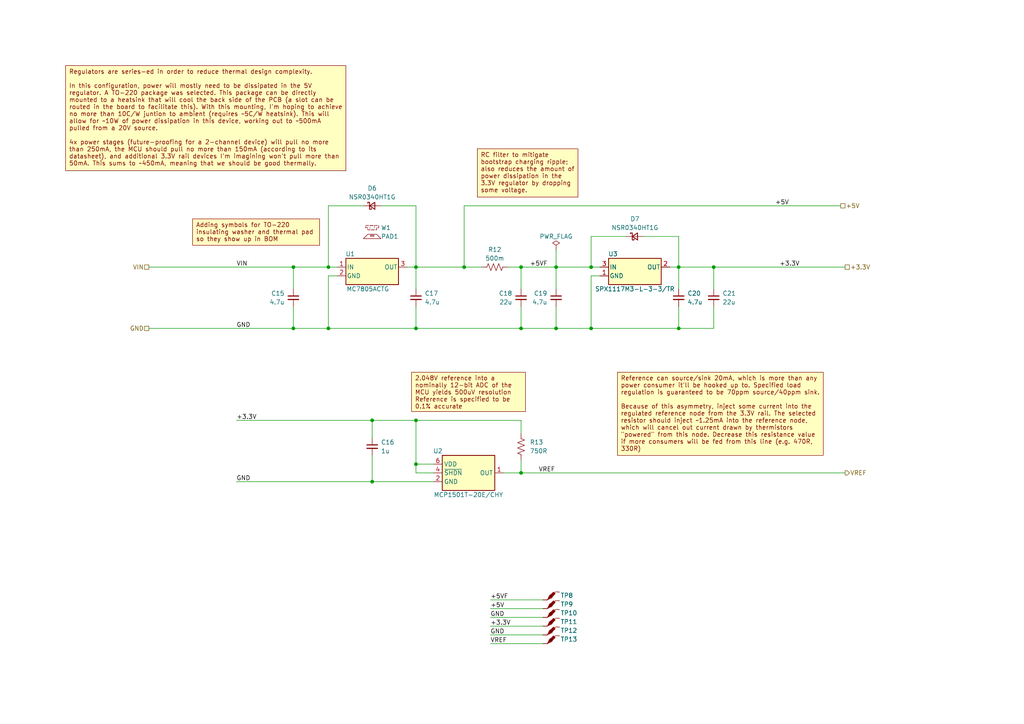
<source format=kicad_sch>
(kicad_sch (version 20230121) (generator eeschema)
  (paper "A4")
  (title_block (title "Shim Amplifier Prototype") (date "2023-08-01") (rev "A.1") (company "Ishaan Govindarajan"))
  (lib_symbols
    (symbol "Custom-AnalogIC:MCP1501T-20E/CHY"
      (property "Reference" "U" (at -6.35 6.35 0))
      (property "Value" "MCP1501T-20E/CHY" (at 0 -6.35 0))
      (symbol "MCP1501T-20E/CHY_0_0"
        (pin power_out line (at 10.16 0 180) (length 2.54) (name "OUT") (number "1"))
        (pin power_in line (at -10.16 -2.54 0) (length 2.54) (name "GND") (number "2"))
        (pin passive line (at -10.16 -2.54 0) (length 2.54) hide (name "GND") (number "3"))
        (pin input line (at -10.16 0 0) (length 2.54) (name "~{SHDN}") (number "4"))
        (pin passive line (at -10.16 -2.54 0) (length 2.54) hide (name "GND") (number "5"))
        (pin power_in line (at -10.16 2.54 0) (length 2.54) (name "VDD") (number "6"))
      )
      (symbol "MCP1501T-20E/CHY_0_1"
        (rectangle (start -7.62 5.08) (end 7.62 -5.08) (stroke (width 0.254)) (fill (type background)))
      )
    )
    (symbol "Custom-Capacitor:CL21A475KLCLQNC" (pin_numbers hide) (pin_names (offset 0.254) hide)
      (property "Reference" "C" (at 0.254 1.778 0))
      (property "Value" "4.7u" (at 0.254 -2.032 0))
      (symbol "CL21A475KLCLQNC_0_1"
        (polyline (pts (xy -1.524 -0.508) (xy 1.524 -0.508)) (stroke (width 0.3302)))
        (polyline (pts (xy -1.524 0.508) (xy 1.524 0.508)) (stroke (width 0.3048)))
      )
      (symbol "CL21A475KLCLQNC_1_1"
        (pin passive line (at 0 2.54 270) (length 2.032) (name "~") (number "1"))
        (pin passive line (at 0 -2.54 90) (length 2.032) (name "~") (number "2"))
      )
    )
    (symbol "Custom-Capacitor:CL21B105KBFNNNG" (pin_numbers hide) (pin_names (offset 0.254) hide)
      (property "Reference" "C" (at 0.254 1.778 0))
      (property "Value" "1u" (at 0.254 -2.032 0))
      (symbol "CL21B105KBFNNNG_0_1"
        (polyline (pts (xy -1.524 -0.508) (xy 1.524 -0.508)) (stroke (width 0.3302)))
        (polyline (pts (xy -1.524 0.508) (xy 1.524 0.508)) (stroke (width 0.3048)))
      )
      (symbol "CL21B105KBFNNNG_1_1"
        (pin passive line (at 0 2.54 270) (length 2.032) (name "~") (number "1"))
        (pin passive line (at 0 -2.54 90) (length 2.032) (name "~") (number "2"))
      )
    )
    (symbol "Custom-Capacitor:CL32B226KAJNNNE" (pin_numbers hide) (pin_names (offset 0.254) hide)
      (property "Reference" "C" (at 0.254 1.778 0))
      (property "Value" "22u" (at 0.254 -2.032 0))
      (symbol "CL32B226KAJNNNE_0_1"
        (polyline (pts (xy -1.524 -0.508) (xy 1.524 -0.508)) (stroke (width 0.3302)))
        (polyline (pts (xy -1.524 0.508) (xy 1.524 0.508)) (stroke (width 0.3048)))
      )
      (symbol "CL32B226KAJNNNE_1_1"
        (pin passive line (at 0 2.54 270) (length 2.032) (name "~") (number "1"))
        (pin passive line (at 0 -2.54 90) (length 2.032) (name "~") (number "2"))
      )
    )
    (symbol "Custom-Diode:NSR0340HT1G" (pin_numbers hide) (pin_names (offset 1.016) hide)
      (property "Reference" "D" (at 0 2.54 0))
      (property "Value" "NSR0340HT1G" (at 0 -2.54 0))
      (symbol "NSR0340HT1G_0_1"
        (polyline (pts (xy -0.762 0) (xy 0.762 0)))
        (polyline (pts (xy 0.762 -1.016) (xy -0.762 0) (xy 0.762 1.016) (xy 0.762 -1.016)) (stroke (width 0.254)))
        (polyline (pts (xy -1.27 0.762) (xy -1.27 1.016) (xy -0.762 1.016) (xy -0.762 -1.016) (xy -0.254 -1.016) (xy -0.254 -0.762)) (stroke (width 0.254)))
      )
      (symbol "NSR0340HT1G_1_1"
        (pin passive line (at -2.54 0 0) (length 1.778) (name "K") (number "1"))
        (pin passive line (at 2.54 0 180) (length 1.778) (name "A") (number "2"))
      )
    )
    (symbol "Custom-LogicIC:TestPoint" (in_bom no)
      (property "Reference" "TP" (at 2.54 0 0))
      (symbol "TestPoint_1_1"
        (polyline (pts (xy -0.762 1.27) (xy 0 0.508)) (stroke (width 0) (color 72 0 0 1)))
        (polyline (pts (xy -0.508 1.524) (xy 0.254 0.762)) (stroke (width 0) (color 72 0 0 1)))
        (polyline (pts (xy -1.27 0) (xy -0.762 1.016) (xy -0.254 0.508) (xy -1.27 0)) (fill (type color) (color 132 0 0 1)))
        (polyline (pts (xy -0.762 1.016) (xy 0.508 2.286) (xy 1.016 1.778) (xy -0.254 0.508) (xy -0.762 1.016)) (fill (type color) (color 132 0 0 1)))
        (arc (start 1.778 2.286) (mid 1.2343 2.3019) (end 0.762 2.032))
        (arc (start 1.778 2.286) (mid 2.032 2.258) (end 2.286 2.286))
        (pin passive line (at -2.54 0 0) (length 1.27) (name "") (number "1"))
      )
    )
    (symbol "Custom-Mechanical:173-7-220P" (on_board no)
      (property "Reference" "PAD" (at 0 2.54 0))
      (symbol "173-7-220P_0_1"
        (arc (start -0.508 0.127) (mid 0 0.0168) (end 0.508 0.127))
        (polyline (pts (xy -0.508 0.127) (xy -0.508 0.254)))
        (polyline (pts (xy 0.508 0.127) (xy 0.508 0.254)))
        (polyline (pts (xy -1.27 0.635) (xy -2.54 -0.635) (xy 2.54 -0.635) (xy 1.27 0.635) (xy -1.27 0.635)))
        (arc (start 0.508 0.254) (mid 0 0.364) (end -0.508 0.254))
      )
    )
    (symbol "Custom-Mechanical:V5359" (on_board no)
      (property "Reference" "W" (at 0 1.905 0))
      (symbol "V5359_1_1"
        (rectangle (start -0.635 0.635) (end 0.635 -0.635) (stroke (width 0.05) (type dash)))
        (polyline (pts (xy -0.635 -0.635) (xy -1.27 -0.635) (xy -1.27 0) (xy -1.905 0) (xy -1.905 0.635) (xy 0.635 0.635)))
        (polyline (pts (xy 0.635 0.635) (xy 1.905 0.635) (xy 1.905 0) (xy 1.27 0) (xy 1.27 -0.635) (xy -0.635 -0.635)))
      )
    )
    (symbol "Custom-PowerIC:MC7805ACTG" (pin_names (offset 0.254))
      (property "Reference" "U" (at -6.35 3.81 0))
      (property "Value" "MC7805ACTG" (at -7.62 -6.35 0))
      (symbol "MC7805ACTG_0_1"
        (rectangle (start -7.62 2.54) (end 7.62 -5.08) (stroke (width 0.254)) (fill (type background)))
      )
      (symbol "MC7805ACTG_1_1"
        (pin power_in line (at -10.16 0 0) (length 2.54) (name "IN") (number "1"))
        (pin power_in line (at -10.16 -2.54 0) (length 2.54) (name "GND") (number "2"))
        (pin power_out line (at 10.16 0 180) (length 2.54) (name "OUT") (number "3"))
      )
    )
    (symbol "Custom-PowerIC:SPX1117M3-L-3-3/TR" (pin_names (offset 0.254))
      (property "Reference" "U" (at -6.35 3.81 0))
      (property "Value" "SPX1117M3-L-3-3/TR" (at -7.62 -6.35 0))
      (symbol "SPX1117M3-L-3-3/TR_0_1"
        (rectangle (start -7.62 2.54) (end 7.62 -5.08) (stroke (width 0.254)) (fill (type background)))
      )
      (symbol "SPX1117M3-L-3-3/TR_1_1"
        (pin power_in line (at -10.16 -2.54 0) (length 2.54) (name "GND") (number "1"))
        (pin power_out line (at 10.16 0 180) (length 2.54) (name "OUT") (number "2"))
        (pin power_in line (at -10.16 0 0) (length 2.54) (name "IN") (number "3"))
      )
    )
    (symbol "Custom-Resistor:CSR1206FKR500" (pin_numbers hide) (pin_names (offset 0))
      (property "Reference" "R" (at 2.54 0 90))
      (property "Value" "500m" (at -2.54 0 90))
      (symbol "CSR1206FKR500_0_1"
        (polyline (pts (xy 0 -2.286) (xy 0 -2.54)))
        (polyline (pts (xy 0 2.286) (xy 0 2.54)))
        (polyline (pts (xy 0 -0.762) (xy 1.016 -1.143) (xy 0 -1.524) (xy -1.016 -1.905) (xy 0 -2.286)))
        (polyline (pts (xy 0 0.762) (xy 1.016 0.381) (xy 0 0) (xy -1.016 -0.381) (xy 0 -0.762)))
        (polyline (pts (xy 0 2.286) (xy 1.016 1.905) (xy 0 1.524) (xy -1.016 1.143) (xy 0 0.762)))
      )
      (symbol "CSR1206FKR500_1_1"
        (pin passive line (at 0 3.81 270) (length 1.27) (name "~") (number "1"))
        (pin passive line (at 0 -3.81 90) (length 1.27) (name "~") (number "2"))
      )
    )
    (symbol "Custom-Resistor:RMCF0603FT750R" (pin_numbers hide) (pin_names (offset 0))
      (property "Reference" "R" (at 2.54 0 90))
      (property "Value" "750R" (at -2.54 0 90))
      (symbol "RMCF0603FT750R_0_1"
        (polyline (pts (xy 0 -2.286) (xy 0 -2.54)))
        (polyline (pts (xy 0 2.286) (xy 0 2.54)))
        (polyline (pts (xy 0 -0.762) (xy 1.016 -1.143) (xy 0 -1.524) (xy -1.016 -1.905) (xy 0 -2.286)))
        (polyline (pts (xy 0 0.762) (xy 1.016 0.381) (xy 0 0) (xy -1.016 -0.381) (xy 0 -0.762)))
        (polyline (pts (xy 0 2.286) (xy 1.016 1.905) (xy 0 1.524) (xy -1.016 1.143) (xy 0 0.762)))
      )
      (symbol "RMCF0603FT750R_1_1"
        (pin passive line (at 0 3.81 270) (length 1.27) (name "~") (number "1"))
        (pin passive line (at 0 -3.81 90) (length 1.27) (name "~") (number "2"))
      )
    )
    (symbol "power:PWR_FLAG" (power) (pin_numbers hide) (pin_names (offset 0) hide)
      (property "Value" "PWR_FLAG" (at 0 3.81 0))
      (symbol "PWR_FLAG_0_0"
        (pin power_out line (at 0 0 90) (length 0) (name "pwr") (number "1"))
      )
      (symbol "PWR_FLAG_0_1"
        (polyline (pts (xy 0 0) (xy 0 1.27) (xy -1.016 1.905) (xy 0 2.54) (xy 1.016 1.905) (xy 0 1.27)))
      )
    )
  )
  (junction (at 171.45 95.25))
  (junction (at 161.29 77.47))
  (junction (at 120.65 121.92))
  (junction (at 120.65 134.62))
  (junction (at 107.95 121.92))
  (junction (at 196.85 77.47))
  (junction (at 151.13 95.25))
  (junction (at 107.95 139.7))
  (junction (at 134.62 77.47))
  (junction (at 85.09 95.25))
  (junction (at 85.09 77.47))
  (junction (at 120.65 77.47))
  (junction (at 151.13 137.16))
  (junction (at 120.65 95.25))
  (junction (at 95.25 95.25))
  (junction (at 171.45 77.47))
  (junction (at 151.13 77.47))
  (junction (at 207.01 77.47))
  (junction (at 161.29 95.25))
  (junction (at 95.25 77.47))
  (junction (at 196.85 95.25))
  (wire (pts (xy 196.85 68.58) (xy 196.85 77.47)))
  (wire (pts (xy 147.32 77.47) (xy 151.13 77.47)))
  (wire (pts (xy 120.65 134.62) (xy 120.65 137.16)))
  (wire (pts (xy 107.95 121.92) (xy 107.95 127)))
  (wire (pts (xy 151.13 121.92) (xy 151.13 125.73)))
  (wire (pts (xy 161.29 88.9) (xy 161.29 95.25)))
  (wire (pts (xy 161.29 77.47) (xy 171.45 77.47)))
  (wire (pts (xy 95.25 95.25) (xy 120.65 95.25)))
  (wire (pts (xy 68.58 139.7) (xy 107.95 139.7)))
  (wire (pts (xy 85.09 95.25) (xy 95.25 95.25)))
  (wire (pts (xy 171.45 95.25) (xy 171.45 80.01)))
  (wire (pts (xy 95.25 95.25) (xy 95.25 80.01)))
  (wire (pts (xy 186.69 68.58) (xy 196.85 68.58)))
  (wire (pts (xy 120.65 95.25) (xy 151.13 95.25)))
  (wire (pts (xy 171.45 68.58) (xy 181.61 68.58)))
  (wire (pts (xy 68.58 121.92) (xy 107.95 121.92)))
  (wire (pts (xy 194.31 77.47) (xy 196.85 77.47)))
  (wire (pts (xy 151.13 95.25) (xy 161.29 95.25)))
  (wire (pts (xy 120.65 59.69) (xy 120.65 77.47)))
  (wire (pts (xy 151.13 77.47) (xy 151.13 83.82)))
  (wire (pts (xy 134.62 59.69) (xy 243.84 59.69)))
  (wire (pts (xy 107.95 132.08) (xy 107.95 139.7)))
  (wire (pts (xy 95.25 59.69) (xy 105.41 59.69)))
  (wire (pts (xy 120.65 121.92) (xy 151.13 121.92)))
  (wire (pts (xy 207.01 77.47) (xy 245.11 77.47)))
  (wire (pts (xy 207.01 77.47) (xy 207.01 83.82)))
  (wire (pts (xy 95.25 77.47) (xy 97.79 77.47)))
  (wire (pts (xy 134.62 77.47) (xy 134.62 59.69)))
  (wire (pts (xy 107.95 139.7) (xy 125.73 139.7)))
  (wire (pts (xy 171.45 80.01) (xy 173.99 80.01)))
  (wire (pts (xy 85.09 88.9) (xy 85.09 95.25)))
  (wire (pts (xy 110.49 59.69) (xy 120.65 59.69)))
  (wire (pts (xy 146.05 137.16) (xy 151.13 137.16)))
  (wire (pts (xy 151.13 77.47) (xy 161.29 77.47)))
  (wire (pts (xy 151.13 88.9) (xy 151.13 95.25)))
  (wire (pts (xy 142.24 179.07) (xy 157.48 179.07)))
  (wire (pts (xy 95.25 80.01) (xy 97.79 80.01)))
  (wire (pts (xy 161.29 72.39) (xy 161.29 77.47)))
  (wire (pts (xy 120.65 77.47) (xy 120.65 83.82)))
  (wire (pts (xy 142.24 184.15) (xy 157.48 184.15)))
  (wire (pts (xy 134.62 77.47) (xy 139.7 77.47)))
  (wire (pts (xy 120.65 77.47) (xy 134.62 77.47)))
  (wire (pts (xy 142.24 176.53) (xy 157.48 176.53)))
  (wire (pts (xy 151.13 133.35) (xy 151.13 137.16)))
  (wire (pts (xy 120.65 134.62) (xy 120.65 121.92)))
  (wire (pts (xy 207.01 95.25) (xy 196.85 95.25)))
  (wire (pts (xy 107.95 121.92) (xy 120.65 121.92)))
  (wire (pts (xy 142.24 186.69) (xy 157.48 186.69)))
  (wire (pts (xy 43.18 95.25) (xy 85.09 95.25)))
  (wire (pts (xy 207.01 88.9) (xy 207.01 95.25)))
  (wire (pts (xy 171.45 77.47) (xy 171.45 68.58)))
  (wire (pts (xy 118.11 77.47) (xy 120.65 77.47)))
  (wire (pts (xy 85.09 77.47) (xy 85.09 83.82)))
  (wire (pts (xy 196.85 88.9) (xy 196.85 95.25)))
  (wire (pts (xy 142.24 173.99) (xy 157.48 173.99)))
  (wire (pts (xy 142.24 181.61) (xy 157.48 181.61)))
  (wire (pts (xy 196.85 77.47) (xy 207.01 77.47)))
  (wire (pts (xy 125.73 137.16) (xy 120.65 137.16)))
  (wire (pts (xy 43.18 77.47) (xy 85.09 77.47)))
  (wire (pts (xy 196.85 77.47) (xy 196.85 83.82)))
  (wire (pts (xy 95.25 77.47) (xy 95.25 59.69)))
  (wire (pts (xy 120.65 134.62) (xy 125.73 134.62)))
  (wire (pts (xy 161.29 95.25) (xy 171.45 95.25)))
  (wire (pts (xy 120.65 88.9) (xy 120.65 95.25)))
  (wire (pts (xy 171.45 77.47) (xy 173.99 77.47)))
  (wire (pts (xy 85.09 77.47) (xy 95.25 77.47)))
  (wire (pts (xy 151.13 137.16) (xy 245.11 137.16)))
  (wire (pts (xy 161.29 77.47) (xy 161.29 83.82)))
  (wire (pts (xy 171.45 95.25) (xy 196.85 95.25)))
  (text_box "Regulators are series-ed in order to reduce thermal design complexity.\n\nIn this configuration, power will mostly need to be dissipated in the 5V regulator. A TO-220 package was selected. This package can be directly mounted to a heatsink that will cool the back side of the PCB (a slot can be routed in the board to facilitate this). With this mounting, I'm hoping to achieve no more than 10C/W juntion to ambient (requires ~5C/W heatsink). This will allow for ~10W of power dissipation in this device, working out to ~500mA pulled from a 20V source.\n\n4x power stages (future-proofing for a 2-channel device) will pull no more than 250mA, the MCU should pull no more than 150mA (according to its datasheet), and additional 3.3V rail devices I'm imagining won't pull more than 50mA. This sums to ~450mA, meaning that we should be good thermally. " (at 19.05 19.05 0) (size 81.28 30.48) (stroke (width 0) (color 132 0 0 1)) (fill (type color) (color 255 255 194 1)) (effects (font (size 1.27 1.27)) (justify left top)))
  (text_box "2.048V reference into a nominally 12-bit ADC of the MCU yields 500uV resolution\nReference is specified to be 0.1% accurate" (at 119.38 107.95 0) (size 33.02 11.43) (stroke (width 0) (color 132 0 0 1)) (fill (type color) (color 255 255 194 1)) (effects (font (size 1.27 1.27)) (justify left top)))
  (text_box "Reference can source/sink 20mA, which is more than any power consumer it'll be hooked up to. Specified load regulation is guaranteed to be 70ppm source/40ppm sink.\n\nBecause of this asymmetry, inject some current into the regulated reference node from the 3.3V rail. The selected resistor should inject ~1.25mA into the reference node, which will cancel out current drawn by thermistors \"powered\" from this node. Decrease this resistance value if more consumers will be fed from this line (e.g. 470R, 330R)" (at 179.07 107.95 0) (size 59.69 24.13) (stroke (width 0) (color 132 0 0 1)) (fill (type color) (color 255 255 194 1)) (effects (font (size 1.27 1.27)) (justify left top)))
  (text_box "Adding symbols for TO-220 insulating washer and thermal pad so they show up in BOM" (at 55.88 63.5 0) (size 36.83 7.62) (stroke (width 0) (color 132 0 0 1)) (fill (type color) (color 255 255 194 1)) (effects (font (size 1.27 1.27)) (justify left top)))
  (text_box "RC filter to mitigate bootstrap charging ripple; also reduces the amount of power dissipation in the 3.3V regulator by dropping some voltage. " (at 138.43 43.18 0) (size 29.21 13.97) (stroke (width 0) (color 132 0 0 1)) (fill (type color) (color 255 255 194 1)) (effects (font (size 1.27 1.27)) (justify left top)))
  (label "+5VF" (at 153.67 77.47 0))
  (label "GND" (at 68.58 139.7 0))
  (label "+5V" (at 224.79 59.69 0))
  (label "+5VF" (at 142.24 173.99 0))
  (label "GND" (at 142.24 184.15 0))
  (label "VIN" (at 68.58 77.47 0))
  (label "+3.3V" (at 226.06 77.47 0))
  (label "VREF" (at 156.21 137.16 0))
  (label "GND" (at 68.58 95.25 0))
  (label "+3.3V" (at 68.58 121.92 0))
  (label "GND" (at 142.24 179.07 0))
  (label "+5V" (at 142.24 176.53 0))
  (label "+3.3V" (at 142.24 181.61 0))
  (label "VREF" (at 142.24 186.69 0))
  (hierarchical_label "VREF" (shape output) (at 245.11 137.16 0))
  (hierarchical_label "+3.3V" (shape passive) (at 245.11 77.47 0))
  (hierarchical_label "VIN" (shape passive) (at 43.18 77.47 180))
  (hierarchical_label "GND" (shape passive) (at 43.18 95.25 180))
  (hierarchical_label "+5V" (shape passive) (at 243.84 59.69 0))
  (symbol (lib_id "Custom-Resistor:RMCF0603FT750R") (at 151.13 129.54 0) (unit 1)
    (property "Reference" "R13" (at 153.67 128.27 0) (effects (justify left)))
    (property "Value" "750R" (at 153.67 130.81 0) (effects (justify left)))
    (property "Footprint" "Resistor_SMD:R_0603_1608Metric_Pad0.98x0.95mm_HandSolder" (effects hide))
    (property "Datasheet" "https://www.seielect.com/Catalog/SEI-RMCF_RMCP.pdf" (effects hide))
    (property "Manufacturer" "Stackpole Electronics Inc" (effects hide))
    (property "Part Number" "RMCF0603FT750R" (effects hide))
  )
  (symbol (lib_id "Custom-Resistor:CSR1206FKR500") (at 143.51 77.47 90) (unit 1)
    (property "Reference" "R12" (at 143.51 72.39 90))
    (property "Value" "500m" (at 143.51 74.93 90))
    (property "Footprint" "Resistor_SMD:R_1206_3216Metric_Pad1.30x1.75mm_HandSolder" (effects hide))
    (property "Datasheet" "https://www.seielect.com/catalog/sei-csr_csrn.pdf" (effects hide))
    (property "Manufacturer" "Stackpole Electronics Inc" (effects hide))
    (property "Part Number" "CSR1206FKR500" (effects hide))
  )
  (symbol (lib_id "Custom-LogicIC:TestPoint") (at 160.02 184.15 0) (unit 1) (in_bom no)
    (property "Reference" "TP12" (at 162.56 182.88 0) (effects (justify left)))
    (property "Value" "-" (effects hide))
    (property "Footprint" "TestPoint:TestPoint_Pad_D2.0mm" (effects hide))
  )
  (symbol (lib_id "Custom-PowerIC:MC7805ACTG") (at 107.95 77.47 0) (unit 1)
    (property "Reference" "U1" (at 101.6 73.66 0))
    (property "Value" "MC7805ACTG" (at 106.68 83.82 0))
    (property "Footprint" "Package_TO_SOT_THT:TO-220-3_Horizontal_TabDown" (effects hide))
    (property "Datasheet" "https://www.onsemi.com/pdf/datasheet/mc7800-d.pdf" (effects hide))
    (property "Manufacturer" "onsemi" (effects hide))
    (property "Part Number" "MC7805ACTG" (effects hide))
  )
  (symbol (lib_id "Custom-Diode:NSR0340HT1G") (at 107.95 59.69 0) (unit 1)
    (property "Reference" "D6" (at 107.95 54.61 0))
    (property "Value" "NSR0340HT1G" (at 107.95 57.15 0))
    (property "Footprint" "Diode_SMD:D_SOD-323_HandSoldering" (effects hide))
    (property "Datasheet" "https://www.onsemi.com/pdf/datasheet/nsr0340h-d.pdf" (effects hide))
    (property "Manufacturer" "onsemi" (effects hide))
    (property "Part Number" "NSR0340HT1G" (effects hide))
  )
  (symbol (lib_id "Custom-LogicIC:TestPoint") (at 160.02 186.69 0) (unit 1) (in_bom no)
    (property "Reference" "TP13" (at 162.56 185.42 0) (effects (justify left)))
    (property "Value" "-" (effects hide))
    (property "Footprint" "TestPoint:TestPoint_Pad_D2.0mm" (effects hide))
  )
  (symbol (lib_id "power:PWR_FLAG") (at 161.29 72.39 0) (unit 1)
    (property "Reference" "#FLG03" (effects hide))
    (property "Value" "PWR_FLAG" (at 161.29 68.58 0))
  )
  (symbol (lib_id "Custom-LogicIC:TestPoint") (at 160.02 181.61 0) (unit 1) (in_bom no)
    (property "Reference" "TP11" (at 162.56 180.34 0) (effects (justify left)))
    (property "Value" "-" (effects hide))
    (property "Footprint" "TestPoint:TestPoint_Pad_D2.0mm" (effects hide))
  )
  (symbol (lib_id "Custom-AnalogIC:MCP1501T-20E/CHY") (at 135.89 137.16 0) (unit 1)
    (property "Reference" "U2" (at 127 130.81 0))
    (property "Value" "MCP1501T-20E/CHY" (at 135.89 143.51 0))
    (property "Footprint" "Package_TO_SOT_SMD:SOT-23-6" (effects hide))
    (property "Datasheet" "http://ww1.microchip.com/downloads/en/DeviceDoc/20005474E.pdf" (effects hide))
    (property "Manufacturer" "Microchip Technology" (effects hide))
    (property "Part Number" "MCP1501T-20E/CHY" (effects hide))
  )
  (symbol (lib_id "Custom-PowerIC:SPX1117M3-L-3-3/TR") (at 184.15 77.47 0) (unit 1)
    (property "Reference" "U3" (at 177.8 73.66 0))
    (property "Value" "SPX1117M3-L-3-3/TR" (at 184.15 83.82 0))
    (property "Footprint" "Package_TO_SOT_SMD:SOT-223-3_TabPin2" (effects hide))
    (property "Datasheet" "https://assets.maxlinear.com/web/documents/sipex/datasheets/spx1117.pdf" (effects hide))
    (property "Manufacturer" "MaxLinear, Inc." (effects hide))
    (property "Part Number" "SPX1117M3-L-3-3/TR" (effects hide))
  )
  (symbol (lib_id "Custom-LogicIC:TestPoint") (at 160.02 176.53 0) (unit 1) (in_bom no)
    (property "Reference" "TP9" (at 162.56 175.26 0) (effects (justify left)))
    (property "Value" "-" (effects hide))
    (property "Footprint" "TestPoint:TestPoint_Pad_D2.0mm" (effects hide))
  )
  (symbol (lib_id "Custom-Capacitor:CL21A475KLCLQNC") (at 196.85 86.36 0) (mirror y) (unit 1)
    (property "Reference" "C20" (at 199.39 85.0963 0) (effects (justify right)))
    (property "Value" "4.7u" (at 199.39 87.6363 0) (effects (justify right)))
    (property "Footprint" "Capacitor_SMD:C_0805_2012Metric_Pad1.18x1.45mm_HandSolder" (effects hide))
    (property "Datasheet" "https://media.digikey.com/pdf/Data%20Sheets/Samsung%20PDFs/CL21A475KLCLQNC_Spec.pdf" (effects hide))
    (property "Manufacturer" "Samsung Electro-Mechanics" (effects hide))
    (property "Part Number" "CL21A475KLCLQNC" (effects hide))
  )
  (symbol (lib_id "Custom-Capacitor:CL32B226KAJNNNE") (at 151.13 86.36 0) (mirror y) (unit 1)
    (property "Reference" "C18" (at 148.59 85.0963 0) (effects (justify left)))
    (property "Value" "22u" (at 148.59 87.6363 0) (effects (justify left)))
    (property "Footprint" "Capacitor_SMD:C_1210_3225Metric_Pad1.33x2.70mm_HandSolder" (effects hide))
    (property "Datasheet" "https://product.samsungsem.com/mlcc/CL32B226KAJNNN.do" (effects hide))
    (property "Manufacturer" "Samsung Electro-Mechanics" (effects hide))
    (property "Part Number" "CL32B226KAJNNNE" (effects hide))
  )
  (symbol (lib_id "Custom-Capacitor:CL21A475KLCLQNC") (at 85.09 86.36 0) (unit 1)
    (property "Reference" "C15" (at 82.55 85.0963 0) (effects (justify right)))
    (property "Value" "4.7u" (at 82.55 87.6363 0) (effects (justify right)))
    (property "Footprint" "Capacitor_SMD:C_0805_2012Metric_Pad1.18x1.45mm_HandSolder" (effects hide))
    (property "Datasheet" "https://media.digikey.com/pdf/Data%20Sheets/Samsung%20PDFs/CL21A475KLCLQNC_Spec.pdf" (effects hide))
    (property "Manufacturer" "Samsung Electro-Mechanics" (effects hide))
    (property "Part Number" "CL21A475KLCLQNC" (effects hide))
  )
  (symbol (lib_id "Custom-Mechanical:173-7-220P") (at 107.95 68.58 0) (unit 1) (on_board no)
    (property "Reference" "PAD1" (at 113.03 68.58 0))
    (property "Value" "173-7-220P" (effects hide))
    (property "Datasheet" "https://wakefieldthermal.com/content/data_sheets/Thermal%20Interface%20Materials.pdf" (effects hide))
    (property "Manufacturer" "Wakefield-Vette" (effects hide))
    (property "Part Number" "173-7-220P" (effects hide))
  )
  (symbol (lib_id "Custom-LogicIC:TestPoint") (at 160.02 179.07 0) (unit 1) (in_bom no)
    (property "Reference" "TP10" (at 162.56 177.8 0) (effects (justify left)))
    (property "Value" "-" (effects hide))
    (property "Footprint" "TestPoint:TestPoint_Pad_D2.0mm" (effects hide))
  )
  (symbol (lib_id "Custom-Diode:NSR0340HT1G") (at 184.15 68.58 0) (unit 1)
    (property "Reference" "D7" (at 184.15 63.5 0))
    (property "Value" "NSR0340HT1G" (at 184.15 66.04 0))
    (property "Footprint" "Diode_SMD:D_SOD-323_HandSoldering" (effects hide))
    (property "Datasheet" "https://www.onsemi.com/pdf/datasheet/nsr0340h-d.pdf" (effects hide))
    (property "Manufacturer" "onsemi" (effects hide))
    (property "Part Number" "NSR0340HT1G" (effects hide))
  )
  (symbol (lib_id "Custom-Capacitor:CL21A475KLCLQNC") (at 161.29 86.36 0) (unit 1)
    (property "Reference" "C19" (at 158.75 85.0963 0) (effects (justify right)))
    (property "Value" "4.7u" (at 158.75 87.6363 0) (effects (justify right)))
    (property "Footprint" "Capacitor_SMD:C_0805_2012Metric_Pad1.18x1.45mm_HandSolder" (effects hide))
    (property "Datasheet" "https://media.digikey.com/pdf/Data%20Sheets/Samsung%20PDFs/CL21A475KLCLQNC_Spec.pdf" (effects hide))
    (property "Manufacturer" "Samsung Electro-Mechanics" (effects hide))
    (property "Part Number" "CL21A475KLCLQNC" (effects hide))
  )
  (symbol (lib_id "Custom-Capacitor:CL21A475KLCLQNC") (at 120.65 86.36 0) (mirror y) (unit 1)
    (property "Reference" "C17" (at 123.19 85.0963 0) (effects (justify right)))
    (property "Value" "4.7u" (at 123.19 87.6363 0) (effects (justify right)))
    (property "Footprint" "Capacitor_SMD:C_0805_2012Metric_Pad1.18x1.45mm_HandSolder" (effects hide))
    (property "Datasheet" "https://media.digikey.com/pdf/Data%20Sheets/Samsung%20PDFs/CL21A475KLCLQNC_Spec.pdf" (effects hide))
    (property "Manufacturer" "Samsung Electro-Mechanics" (effects hide))
    (property "Part Number" "CL21A475KLCLQNC" (effects hide))
  )
  (symbol (lib_id "Custom-Mechanical:V5359") (at 107.95 66.04 0) (unit 1) (on_board no)
    (property "Reference" "W1" (at 110.49 66.04 0) (effects (justify left)))
    (property "Value" "INSULATING WASHER" (effects hide))
    (property "Datasheet" "http://www.assmann-wsw.com/uploads/datasheets/ASS_0416_HS.pdf" (effects hide))
    (property "Manufacturer" "Assmann WSW Components" (effects hide))
    (property "Part Number" "V5359" (effects hide))
  )
  (symbol (lib_id "Custom-LogicIC:TestPoint") (at 160.02 173.99 0) (unit 1) (in_bom no)
    (property "Reference" "TP8" (at 162.56 172.72 0) (effects (justify left)))
    (property "Value" "-" (effects hide))
    (property "Footprint" "TestPoint:TestPoint_Pad_D2.0mm" (effects hide))
  )
  (symbol (lib_id "Custom-Capacitor:CL21B105KBFNNNG") (at 107.95 129.54 0) (unit 1)
    (property "Reference" "C16" (at 110.49 128.2763 0) (effects (justify left)))
    (property "Value" "1u" (at 110.49 130.8163 0) (effects (justify left)))
    (property "Footprint" "Capacitor_SMD:C_0805_2012Metric_Pad1.18x1.45mm_HandSolder" (effects hide))
    (property "Datasheet" "https://media.digikey.com/pdf/Data%20Sheets/Samsung%20PDFs/CL21B105KBFNNNG_Spec.pdf" (effects hide))
    (property "Manufacturer" "Samsung Electro-Mechanics" (effects hide))
    (property "Part Number" "CL21B105KBFNNNG" (effects hide))
  )
  (symbol (lib_id "Custom-Capacitor:CL32B226KAJNNNE") (at 207.01 86.36 0) (unit 1)
    (property "Reference" "C21" (at 209.55 85.0963 0) (effects (justify left)))
    (property "Value" "22u" (at 209.55 87.6363 0) (effects (justify left)))
    (property "Footprint" "Capacitor_SMD:C_1210_3225Metric_Pad1.33x2.70mm_HandSolder" (effects hide))
    (property "Datasheet" "https://product.samsungsem.com/mlcc/CL32B226KAJNNN.do" (effects hide))
    (property "Manufacturer" "Samsung Electro-Mechanics" (effects hide))
    (property "Part Number" "CL32B226KAJNNNE" (effects hide))
  )
)
</source>
